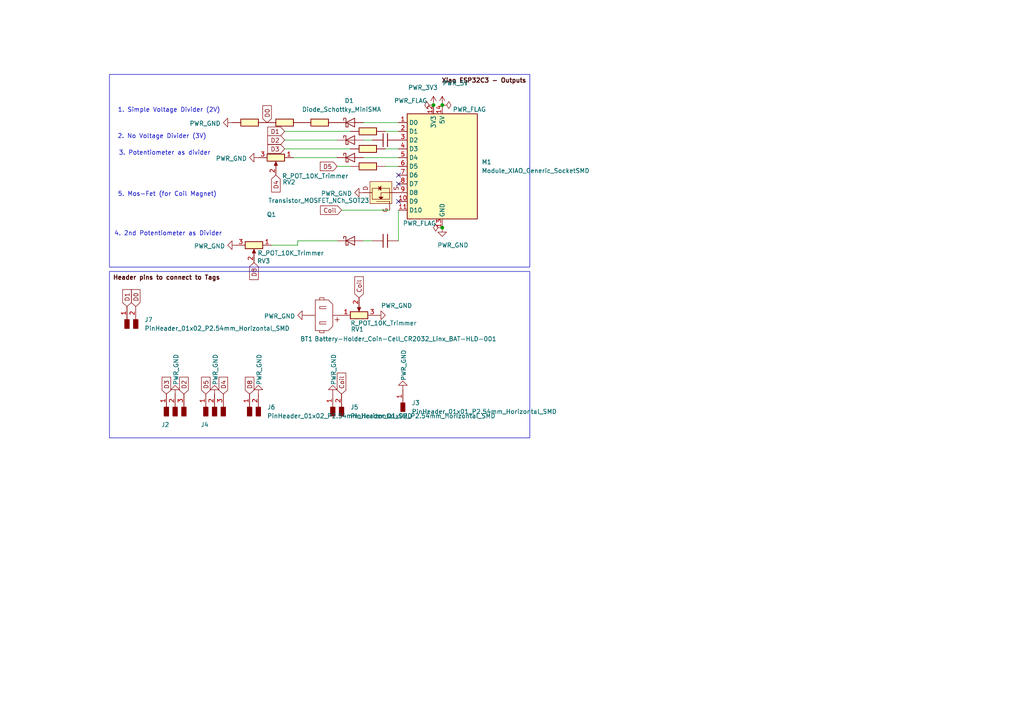
<source format=kicad_sch>
(kicad_sch (version 20231120) (generator "eeschema") (generator_version "8.0")
  (paper "A4")
  (lib_symbols
    (symbol "fab:Battery-Holder_Coin-Cell_CR2032_Linx_BAT-HLD-001" (pin_numbers hide) (pin_names (offset 0) hide)
      (property "Reference" "BT" (at 5.715 1.27 0))
      (property "Value" "Battery-Holder_Coin-Cell_CR2032_Linx_BAT-HLD-001" (at 5.715 -1.27 0))
      (symbol "Battery-Holder_Coin-Cell_CR2032_Linx_BAT-HLD-001_0_1"
        (polyline (pts (xy 0.635 3.81) (xy 1.905 3.81)))
        (polyline (pts (xy 1.27 4.445) (xy 1.27 3.175)))
        (polyline (pts (xy -4.445 0) (xy -5.08 0) (xy -5.08 -1.27) (xy -4.445 -1.27)))
        (polyline (pts (xy -2.54 0.635) (xy -2.54 -1.27) (xy -1.905 -1.27) (xy -1.905 0.635)))
        (polyline (pts (xy 1.905 0.635) (xy 1.905 -1.27) (xy 2.54 -1.27) (xy 2.54 0.635)))
        (polyline (pts (xy 4.445 0) (xy 5.08 0) (xy 5.08 -1.27) (xy 4.445 -1.27)))
        (polyline (pts (xy -3.175 2.54) (xy 3.175 2.54) (xy 4.445 1.27) (xy 4.445 -2.54) (xy -4.445 -2.54) (xy -4.445 1.27) (xy -3.175 2.54)))
      )
      (symbol "Battery-Holder_Coin-Cell_CR2032_Linx_BAT-HLD-001_1_1"
        (pin passive line (at 0 5.08 270) (length 2.54) (name "+") (number "1"))
        (pin passive line (at 0 -5.08 90) (length 2.54) (name "-") (number "2"))
      )
    )
    (symbol "fab:C_1206" (pin_numbers hide)
      (property "Reference" "C" (at 0.635 2.54 0))
      (property "Value" "C_1206" (at 0.635 -2.54 0))
      (symbol "C_1206_1_1"
        (polyline (pts (xy -1.905 -0.635) (xy 1.905 -0.635)) (stroke (width 0.25)))
        (polyline (pts (xy -1.905 0.635) (xy 1.905 0.635)) (stroke (width 0.25)))
        (pin passive line (at 0 3.81 270) (length 3.175) (name "~") (number "1"))
        (pin passive line (at 0 -3.81 90) (length 3.175) (name "~") (number "2"))
      )
    )
    (symbol "fab:Diode_Schottky_MiniSMA" (pin_numbers hide) (pin_names (offset 1.016) hide)
      (property "Reference" "D" (at 0 2.54 0))
      (property "Value" "Diode_Schottky_MiniSMA" (at 0 -2.54 0))
      (symbol "Diode_Schottky_MiniSMA_0_1"
        (polyline (pts (xy 1.27 0) (xy -1.27 0)))
        (polyline (pts (xy 1.27 1.27) (xy 1.27 -1.27) (xy -1.27 0) (xy 1.27 1.27)) (stroke (width 0.2032)))
        (polyline (pts (xy -1.905 0.635) (xy -1.905 1.27) (xy -1.27 1.27) (xy -1.27 -1.27) (xy -0.635 -1.27) (xy -0.635 -0.635)) (stroke (width 0.2032)))
      )
      (symbol "Diode_Schottky_MiniSMA_1_1"
        (pin passive line (at -3.81 0 0) (length 2.54) (name "K") (number "1"))
        (pin passive line (at 3.81 0 180) (length 2.54) (name "A") (number "2"))
      )
    )
    (symbol "fab:Module_XIAO_Generic_SocketSMD"
      (property "Reference" "M" (at -10.16 16.51 0))
      (property "Value" "Module_XIAO_Generic_SocketSMD" (at 1.27 16.51 0))
      (symbol "Module_XIAO_Generic_SocketSMD_1_1"
        (rectangle (start -10.16 15.24) (end 10.16 -15.24) (stroke (width 0.254)) (fill (type background)))
        (pin bidirectional line (at -12.7 12.7 0) (length 2.54) (name "D0") (number "1"))
        (pin bidirectional line (at -12.7 -10.16 0) (length 2.54) (name "D9") (number "10"))
        (pin bidirectional line (at -12.7 -12.7 0) (length 2.54) (name "D10") (number "11"))
        (pin power_in line (at -2.54 17.78 270) (length 2.54) (name "3V3") (number "12"))
        (pin power_in line (at 0 -17.78 90) (length 2.54) (name "GND") (number "13"))
        (pin power_in line (at 0 17.78 270) (length 2.54) (name "5V") (number "14"))
        (pin bidirectional line (at -12.7 10.16 0) (length 2.54) (name "D1") (number "2"))
        (pin bidirectional line (at -12.7 7.62 0) (length 2.54) (name "D2") (number "3"))
        (pin bidirectional line (at -12.7 5.08 0) (length 2.54) (name "D3") (number "4"))
        (pin bidirectional line (at -12.7 2.54 0) (length 2.54) (name "D4") (number "5"))
        (pin bidirectional line (at -12.7 0 0) (length 2.54) (name "D5") (number "6"))
        (pin bidirectional line (at -12.7 -2.54 0) (length 2.54) (name "D6") (number "7"))
        (pin bidirectional line (at -12.7 -5.08 0) (length 2.54) (name "D7") (number "8"))
        (pin bidirectional line (at -12.7 -7.62 0) (length 2.54) (name "D8") (number "9"))
      )
    )
    (symbol "fab:PWR_3V3" (power) (pin_names (offset 0))
      (property "Value" "PWR_3V3" (at 0 3.556 0))
      (symbol "PWR_3V3_0_1"
        (polyline (pts (xy -0.762 1.27) (xy 0 2.54)))
        (polyline (pts (xy 0 0) (xy 0 2.54)))
        (polyline (pts (xy 0 2.54) (xy 0.762 1.27)))
      )
      (symbol "PWR_3V3_1_1"
        (pin power_in line (at 0 0 90) (length 0) hide (name "PWR_3V3") (number "1"))
      )
    )
    (symbol "fab:PWR_5V" (power) (pin_names (offset 0))
      (property "Value" "PWR_5V" (at 0 3.556 0))
      (symbol "PWR_5V_0_1"
        (polyline (pts (xy -0.762 1.27) (xy 0 2.54)))
        (polyline (pts (xy 0 0) (xy 0 2.54)))
        (polyline (pts (xy 0 2.54) (xy 0.762 1.27)))
      )
      (symbol "PWR_5V_1_1"
        (pin power_in line (at 0 0 90) (length 0) hide (name "PWR_5V") (number "1"))
      )
    )
    (symbol "fab:PWR_FLAG" (power) (pin_numbers hide) (pin_names (offset 0) hide)
      (property "Value" "PWR_FLAG" (at 0 3.81 0))
      (symbol "PWR_FLAG_0_1"
        (polyline (pts (xy 0 0) (xy 0 1.27) (xy -1.016 1.905) (xy 0 2.54) (xy 1.016 1.905) (xy 0 1.27)))
      )
      (symbol "PWR_FLAG_1_0"
        (pin power_out line (at 0 0 90) (length 0) (name "PWR_FLAG") (number "1"))
      )
    )
    (symbol "fab:PWR_GND" (power) (pin_names (offset 0))
      (property "Value" "PWR_GND" (at 0 -3.81 0))
      (symbol "PWR_GND_0_1"
        (polyline (pts (xy 0 0) (xy 0 -1.27) (xy 1.27 -1.27) (xy 0 -2.54) (xy -1.27 -1.27) (xy 0 -1.27)))
      )
      (symbol "PWR_GND_1_1"
        (pin power_in line (at 0 0 270) (length 0) hide (name "PWR_GND") (number "1"))
      )
    )
    (symbol "fab:PinHeader_01x01_P2.54mm_Horizontal_SMD" (pin_names (offset 1.016) hide)
      (property "Reference" "J" (at 0 2.54 0))
      (property "Value" "PinHeader_01x01_P2.54mm_Horizontal_SMD" (at 0 -2.54 0))
      (symbol "PinHeader_01x01_P2.54mm_Horizontal_SMD_1_1"
        (rectangle (start -1.27 0.635) (end 1.27 -0.635) (stroke (width 0.1524)) (fill (type outline)))
        (pin passive line (at 5.08 0 180) (length 3.81) (name "Pin_1") (number "1"))
      )
    )
    (symbol "fab:PinHeader_01x02_P2.54mm_Horizontal_SMD" (pin_names hide)
      (property "Reference" "J" (at 0 2.54 0))
      (property "Value" "PinHeader_01x02_P2.54mm_Horizontal_SMD" (at 0 -5.08 0))
      (symbol "PinHeader_01x02_P2.54mm_Horizontal_SMD_1_1"
        (rectangle (start -1.27 -1.905) (end 1.27 -3.175) (stroke (width 0.254)) (fill (type outline)))
        (rectangle (start -1.27 0.635) (end 1.27 -0.635) (stroke (width 0.254)) (fill (type outline)))
        (pin passive line (at 5.08 0 180) (length 3.81) (name "Pin_1") (number "1"))
        (pin passive line (at 5.08 -2.54 180) (length 3.81) (name "Pin_2") (number "2"))
      )
    )
    (symbol "fab:PinHeader_01x03_P2.54mm_Horizontal_SMD" (pin_names hide)
      (property "Reference" "J" (at 0 5.08 0))
      (property "Value" "PinHeader_01x03_P2.54mm_Horizontal_SMD" (at 0 -5.08 0))
      (symbol "PinHeader_01x03_P2.54mm_Horizontal_SMD_1_1"
        (rectangle (start -1.27 -1.905) (end 1.27 -3.175) (stroke (width 0.254)) (fill (type outline)))
        (rectangle (start -1.27 0.635) (end 1.27 -0.635) (stroke (width 0.254)) (fill (type outline)))
        (rectangle (start -1.27 3.175) (end 1.27 1.905) (stroke (width 0.254)) (fill (type outline)))
        (pin passive line (at 5.08 2.54 180) (length 3.81) (name "Pin_1") (number "1"))
        (pin passive line (at 5.08 0 180) (length 3.81) (name "Pin_2") (number "2"))
        (pin passive line (at 5.08 -2.54 180) (length 3.81) (name "Pin_3") (number "3"))
      )
    )
    (symbol "fab:R_1206" (pin_numbers hide) (pin_names (offset 0))
      (property "Reference" "R" (at 2.54 0 90))
      (property "Value" "R_1206" (at -2.54 0 90))
      (symbol "R_1206_0_1"
        (rectangle (start -1.016 -2.54) (end 1.016 2.54) (stroke (width 0.254)) (fill (type background)))
      )
      (symbol "R_1206_1_1"
        (pin passive line (at 0 5.08 270) (length 2.54) (name "~") (number "1"))
        (pin passive line (at 0 -5.08 90) (length 2.54) (name "~") (number "2"))
      )
    )
    (symbol "fab:R_POT_10K_Trimmer" (pin_names (offset 1.016) hide)
      (property "Reference" "RV" (at -5.08 0 90))
      (property "Value" "R_POT_10K_Trimmer" (at -2.54 0 90))
      (symbol "R_POT_10K_Trimmer_0_1"
        (polyline (pts (xy 2.54 0) (xy 1.524 0)))
        (polyline (pts (xy 1.143 0) (xy 2.286 0.508) (xy 2.286 -0.508) (xy 1.143 0)) (fill (type outline)))
        (rectangle (start 1.016 2.54) (end -1.016 -2.54) (stroke (width 0.254)) (fill (type background)))
      )
      (symbol "R_POT_10K_Trimmer_1_1"
        (pin passive line (at 0 5.08 270) (length 2.54) (name "1") (number "1"))
        (pin passive line (at 5.08 0 180) (length 2.54) (name "2") (number "2"))
        (pin passive line (at 0 -5.08 90) (length 2.54) (name "3") (number "3"))
      )
    )
    (symbol "fab:Transistor_MOSFET_NCh_SOT23" (pin_numbers hide) (pin_names (offset 1.016) hide)
      (property "Reference" "Q" (at 3.81 1.27 0))
      (property "Value" "Transistor_MOSFET_NCh_SOT23" (at 3.81 -1.27 0))
      (symbol "Transistor_MOSFET_NCh_SOT23_0_1"
        (polyline (pts (xy 0 2.54) (xy 1.27 2.54) (xy 1.27 -2.54) (xy 0 -2.54)))
      )
      (symbol "Transistor_MOSFET_NCh_SOT23_1_0"
        (text "D" (at 1.27 4.445 0) (effects (font (size 1.27 1.27))))
        (text "G" (at -5.08 -1.27 0) (effects (font (size 1.27 1.27))))
        (text "S" (at 1.27 -4.445 0) (effects (font (size 1.27 1.27))))
      )
      (symbol "Transistor_MOSFET_NCh_SOT23_1_1"
        (rectangle (start -3.175 3.175) (end 3.175 -3.175) (fill (type background)))
        (polyline (pts (xy -2.54 -2.54) (xy -2.54 1.27)) (stroke (width 0.15)))
        (polyline (pts (xy -1.905 -2.54) (xy 0 -2.54)) (stroke (width 0.15)))
        (polyline (pts (xy -1.905 2.54) (xy -1.905 -2.54)) (stroke (width 0.15)))
        (polyline (pts (xy 0 2.54) (xy -1.905 2.54)) (stroke (width 0.15)))
        (polyline (pts (xy 0.635 0.635) (xy 1.905 0.635)) (stroke (width 0.15)))
        (polyline (pts (xy 0 -2.54) (xy 0 0) (xy -1.905 0)) (stroke (width 0.15)))
        (polyline (pts (xy -1.905 0) (xy -1.27 0.635) (xy -1.27 -0.635) (xy -1.905 0)) (fill (type outline)))
        (polyline (pts (xy 1.27 0.635) (xy 1.905 0) (xy 0.635 0) (xy 1.27 0.635)) (fill (type outline)))
        (pin passive line (at -5.08 -2.54 0) (length 2.54) (name "G") (number "1"))
        (pin passive line (at 0 -5.08 90) (length 2.54) (name "S") (number "2"))
        (pin passive line (at 0 5.08 270) (length 2.54) (name "D") (number "3"))
      )
    )
  )
  (junction (at 125.73 30.48))
  (junction (at 128.27 66.04))
  (junction (at 128.27 30.48))
  (no_connect (at 115.57 53.34))
  (no_connect (at 115.57 58.42))
  (no_connect (at 115.57 50.8))
  (wire (pts (xy 82.55 43.18) (xy 101.6 43.18)))
  (wire (pts (xy 86.36 69.85) (xy 97.79 69.85)))
  (wire (pts (xy 115.57 38.1) (xy 111.76 38.1)))
  (wire (pts (xy 111.76 43.18) (xy 115.57 43.18)))
  (wire (pts (xy 105.41 69.85) (xy 107.95 69.85)))
  (wire (pts (xy 115.57 60.96) (xy 115.57 69.85)))
  (wire (pts (xy 82.55 38.1) (xy 101.6 38.1)))
  (wire (pts (xy 78.74 71.12) (xy 86.36 71.12)))
  (wire (pts (xy 86.36 71.12) (xy 86.36 69.85)))
  (wire (pts (xy 105.41 35.56) (xy 115.57 35.56)))
  (wire (pts (xy 101.6 48.26) (xy 97.79 48.26)))
  (wire (pts (xy 82.55 40.64) (xy 97.79 40.64)))
  (wire (pts (xy 111.76 48.26) (xy 115.57 48.26)))
  (wire (pts (xy 85.09 45.72) (xy 97.79 45.72)))
  (wire (pts (xy 105.41 45.72) (xy 115.57 45.72)))
  (wire (pts (xy 99.06 60.96) (xy 113.03 60.96)))
  (wire (pts (xy 105.41 40.64) (xy 107.95 40.64)))
  (text_box "Xiao ESP32C3 - Outputs" (at 31.75 21.59 0) (size 121.92 55.88) (effects (font (size 1.27 1.27) (thickness 0.254) (bold yes)) (justify right top)))
  (text_box "Header pins to connect to Tags" (at 31.75 78.74 0) (size 121.92 48.26) (effects (font (size 1.27 1.27) (thickness 0.254) (bold yes)) (justify left top)))
  (text "4. 2nd Potentiometer as Divider" (at 48.768 67.818 0) (effects (font (size 1.27 1.27))))
  (text "1. Simple Voltage Divider (2V)" (at 49.022 32.004 0) (effects (font (size 1.27 1.27))))
  (text "2. No Voltage Divider (3V)" (at 46.99 39.624 0) (effects (font (size 1.27 1.27))))
  (text "5. Mos-Fet (for Coil Magnet)" (at 48.514 56.388 0) (effects (font (size 1.27 1.27))))
  (text "3. Potentiometer as divider" (at 47.752 44.45 0) (effects (font (size 1.27 1.27))))
  (global_label "D8" (shape input) (at 72.39 114.3 90) (property "Intersheetrefs" "${INTERSHEET_REFS}" (effects (hide yes))))
  (global_label "D8" (shape input) (at 73.66 76.2 270) (property "Intersheetrefs" "${INTERSHEET_REFS}" (effects (hide yes))))
  (global_label "D5" (shape input) (at 59.69 114.3 90) (property "Intersheetrefs" "${INTERSHEET_REFS}" (effects (hide yes))))
  (global_label "Coil" (shape input) (at 99.06 114.3 90) (property "Intersheetrefs" "${INTERSHEET_REFS}" (effects (hide yes))))
  (global_label "D2" (shape input) (at 82.55 40.64 180) (property "Intersheetrefs" "${INTERSHEET_REFS}" (effects (hide yes))))
  (global_label "D4" (shape input) (at 64.77 114.3 90) (property "Intersheetrefs" "${INTERSHEET_REFS}" (effects (hide yes))))
  (global_label "D4" (shape input) (at 80.01 50.8 270) (property "Intersheetrefs" "${INTERSHEET_REFS}" (effects (hide yes))))
  (global_label "Coil" (shape input) (at 99.06 60.96 180) (property "Intersheetrefs" "${INTERSHEET_REFS}" (effects (hide yes))))
  (global_label "D5" (shape input) (at 97.79 48.26 180) (property "Intersheetrefs" "${INTERSHEET_REFS}" (effects (hide yes))))
  (global_label "D3" (shape input) (at 82.55 43.18 180) (property "Intersheetrefs" "${INTERSHEET_REFS}" (effects (hide yes))))
  (global_label "D0" (shape input) (at 77.47 35.56 90) (property "Intersheetrefs" "${INTERSHEET_REFS}" (effects (hide yes))))
  (global_label "D1" (shape input) (at 36.83 88.9 90) (property "Intersheetrefs" "${INTERSHEET_REFS}" (effects (hide yes))))
  (global_label "Coil" (shape input) (at 104.14 86.36 90) (property "Intersheetrefs" "${INTERSHEET_REFS}" (effects (hide yes))))
  (global_label "D1" (shape input) (at 82.55 38.1 180) (property "Intersheetrefs" "${INTERSHEET_REFS}" (effects (hide yes))))
  (global_label "D2" (shape input) (at 53.34 114.3 90) (property "Intersheetrefs" "${INTERSHEET_REFS}" (effects (hide yes))))
  (global_label "D0" (shape input) (at 39.37 88.9 90) (property "Intersheetrefs" "${INTERSHEET_REFS}" (effects (hide yes))))
  (global_label "D3" (shape input) (at 48.26 114.3 90) (property "Intersheetrefs" "${INTERSHEET_REFS}" (effects (hide yes))))
  (symbol (lib_id "fab:PWR_GND") (at 74.93 45.72 270) (unit 1)
    (property "Reference" "#PWR9" (effects (hide yes)))
    (property "Value" "PWR_GND" (at 71.628 45.974 90) (effects (justify right)))
    (property "Description" "Power symbol creates a global label with name \"GND\" , ground" (effects (hide yes)))
  )
  (symbol (lib_id "fab:R_1206") (at 72.39 35.56 90) (unit 1)
    (property "Reference" "R5" (effects (hide yes)))
    (property "Value" "R_1206" (effects (hide yes)))
    (property "Footprint" "fab:R_1206" (effects (hide yes)))
    (property "Description" "Resistor" (effects (hide yes)))
  )
  (symbol (lib_id "fab:R_POT_10K_Trimmer") (at 80.01 45.72 270) (unit 1)
    (property "Reference" "RV2" (at 83.82 52.832 90))
    (property "Value" "R_POT_10K_Trimmer" (at 91.44 51.054 90))
    (property "Footprint" "fab:Potentiometer_TT_Model-23_4.5x5.0x3.0mm" (effects (hide yes)))
    (property "Datasheet" "https://www.ttelectronics.com/TTElectronics/media/ProductFiles/Trimmers/Datasheets/23.pdf" (effects (hide yes)))
    (property "Description" "Trimmer Potentiometer 10K TT Electronics 23BR10KLFTR" (effects (hide yes)))
  )
  (symbol (lib_id "fab:PWR_GND") (at 128.27 66.04 0) (unit 1)
    (property "Reference" "#PWR5" (effects (hide yes)))
    (property "Value" "PWR_GND" (at 135.89 71.12 0) (effects (justify right)))
    (property "Description" "Power symbol creates a global label with name \"GND\" , ground" (effects (hide yes)))
  )
  (symbol (lib_id "fab:R_1206") (at 106.68 38.1 90) (unit 1)
    (property "Reference" "R7" (effects (hide yes)))
    (property "Value" "R_1206" (effects (hide yes)))
    (property "Footprint" "fab:R_1206" (effects (hide yes)))
    (property "Description" "Resistor" (effects (hide yes)))
  )
  (symbol (lib_id "fab:PWR_GND") (at 50.8 114.3 180) (unit 1)
    (property "Reference" "#PWR11" (effects (hide yes)))
    (property "Value" "PWR_GND" (at 51.054 107.188 90))
    (property "Description" "Power symbol creates a global label with name \"GND\" , ground" (effects (hide yes)))
  )
  (symbol (lib_id "fab:PWR_GND") (at 116.84 113.03 180) (unit 1)
    (property "Reference" "#PWR15" (effects (hide yes)))
    (property "Value" "PWR_GND" (at 117.094 105.918 90))
    (property "Description" "Power symbol creates a global label with name \"GND\" , ground" (effects (hide yes)))
  )
  (symbol (lib_id "fab:Module_XIAO_Generic_SocketSMD") (at 128.27 48.26 0) (unit 1)
    (property "Reference" "M1" (at 139.7 46.9899 0) (effects (justify left)))
    (property "Value" "Module_XIAO_Generic_SocketSMD" (at 139.7 49.5299 0) (effects (justify left)))
    (property "Footprint" "fab:Module_XIAO_Generic_SocketSMD" (effects (hide yes)))
    (property "Datasheet" "https://wiki.seeedstudio.com/xiao_topic_page/" (effects (hide yes)))
    (property "Description" "The Seeed Studio XIAO series, named after the Chinese word for \"small,\" comprises tiny development boards based on various hardware platforms of ESP32, SAMD21, RP2040, nRF52840, RP2350 and RA4M1, MG24" (effects (hide yes)))
  )
  (symbol (lib_id "fab:R_1206") (at 82.55 35.56 90) (unit 1)
    (property "Reference" "R4" (effects (hide yes)))
    (property "Value" "R_1206" (effects (hide yes)))
    (property "Footprint" "fab:R_1206" (effects (hide yes)))
    (property "Description" "Resistor" (effects (hide yes)))
  )
  (symbol (lib_id "fab:Diode_Schottky_MiniSMA") (at 101.6 40.64 0) (unit 1)
    (property "Reference" "D2" (effects (hide yes)))
    (property "Value" "Diode_Schottky_MiniSMA" (effects (hide yes)))
    (property "Footprint" "fab:Diode_Schottky_MiniSMA" (effects (hide yes)))
    (property "Datasheet" "https://www.st.com/content/ccc/resource/technical/document/datasheet/c6/32/d4/4a/28/d3/4b/11/CD00004930.pdf/files/CD00004930.pdf/jcr:content/translations/en.CD00004930.pdf" (effects (hide yes)))
    (property "Description" "Schottky diode with Mini-SMA footprint" (effects (hide yes)))
  )
  (symbol (lib_id "fab:PinHeader_01x03_P2.54mm_Horizontal_SMD") (at 50.8 119.38 90) (unit 1)
    (property "Reference" "J2" (at 46.736 123.19 90) (effects (justify right)))
    (property "Value" "PinHeader_01x03_P2.54mm_Horizontal_SMD" (effects (hide yes)))
    (property "Footprint" "fab:PinHeader_01x03_P2.54mm_Horizontal_SMD" (effects (hide yes)))
    (property "Description" "Male connector, single row" (effects (hide yes)))
  )
  (symbol (lib_id "fab:PWR_GND") (at 68.58 71.12 270) (unit 1)
    (property "Reference" "#PWR7" (effects (hide yes)))
    (property "Value" "PWR_GND" (at 65.278 71.374 90) (effects (justify right)))
    (property "Description" "Power symbol creates a global label with name \"GND\" , ground" (effects (hide yes)))
  )
  (symbol (lib_id "fab:R_1206") (at 106.68 43.18 90) (unit 1)
    (property "Reference" "R2" (effects (hide yes)))
    (property "Value" "R_1206" (effects (hide yes)))
    (property "Footprint" "fab:R_1206" (effects (hide yes)))
    (property "Description" "Resistor" (effects (hide yes)))
  )
  (symbol (lib_id "fab:PWR_GND") (at 74.93 114.3 180) (unit 1)
    (property "Reference" "#PWR4" (effects (hide yes)))
    (property "Value" "PWR_GND" (at 75.184 107.188 90))
    (property "Description" "Power symbol creates a global label with name \"GND\" , ground" (effects (hide yes)))
  )
  (symbol (lib_id "fab:R_POT_10K_Trimmer") (at 104.14 91.44 90) (unit 1)
    (property "Reference" "RV1" (at 103.632 95.504 90))
    (property "Value" "R_POT_10K_Trimmer" (at 111.252 93.726 90))
    (property "Footprint" "fab:Potentiometer_TT_Model-23_4.5x5.0x3.0mm" (effects (hide yes)))
    (property "Datasheet" "https://www.ttelectronics.com/TTElectronics/media/ProductFiles/Trimmers/Datasheets/23.pdf" (effects (hide yes)))
    (property "Description" "Trimmer Potentiometer 10K TT Electronics 23BR10KLFTR" (effects (hide yes)))
  )
  (symbol (lib_id "fab:R_1206") (at 92.71 35.56 90) (unit 1)
    (property "Reference" "R1" (effects (hide yes)))
    (property "Value" "R_1206" (effects (hide yes)))
    (property "Footprint" "fab:R_1206" (effects (hide yes)))
    (property "Description" "Resistor" (effects (hide yes)))
  )
  (symbol (lib_id "fab:PWR_GND") (at 67.31 35.56 270) (unit 1)
    (property "Reference" "#PWR10" (effects (hide yes)))
    (property "Value" "PWR_GND" (at 64.008 35.814 90) (effects (justify right)))
    (property "Description" "Power symbol creates a global label with name \"GND\" , ground" (effects (hide yes)))
  )
  (symbol (lib_id "fab:Transistor_MOSFET_NCh_SOT23") (at 110.49 55.88 90) (unit 1)
    (property "Reference" "Q1" (at 78.74 62.23 90))
    (property "Value" "Transistor_MOSFET_NCh_SOT23" (at 92.456 58.166 90))
    (property "Footprint" "fab:SOT-23-3" (effects (hide yes)))
    (property "Datasheet" "https://www.onsemi.com/pub/Collateral/NDS355AN-D.PDF" (effects (hide yes)))
    (property "Description" "N-Channel mosfet NDS355AN in SOT-23 package" (effects (hide yes)))
  )
  (symbol (lib_id "fab:Battery-Holder_Coin-Cell_CR2032_Linx_BAT-HLD-001") (at 93.98 91.44 270) (unit 1)
    (property "Reference" "BT1" (at 88.9 98.298 90))
    (property "Value" "Battery-Holder_Coin-Cell_CR2032_Linx_BAT-HLD-001" (at 117.602 98.298 90))
    (property "Footprint" "fab:Battery-Holder_Coin-Cell_CR2032_Linx_BAT-HLD-001" (effects (hide yes)))
    (property "Datasheet" "https://linxtechnologies.com/wp/wp-content/uploads/bat-hld-001.pdf" (effects (hide yes)))
    (property "Description" "Single-cell battery, Linx BAT-HLD-001, Battery Retainer Coin, 20.0mm 1 Cell SMD (SMT) Tab" (effects (hide yes)))
  )
  (symbol (lib_id "fab:PWR_GND") (at 109.22 91.44 90) (unit 1)
    (property "Reference" "#PWR8" (effects (hide yes)))
    (property "Value" "PWR_GND" (at 110.49 88.646 90) (effects (justify right)))
    (property "Description" "Power symbol creates a global label with name \"GND\" , ground" (effects (hide yes)))
  )
  (symbol (lib_id "fab:C_1206") (at 111.76 40.64 270) (unit 1)
    (property "Reference" "C2" (effects (hide yes)))
    (property "Value" "C_1206" (effects (hide yes)))
    (property "Footprint" "fab:C_1206" (effects (hide yes)))
    (property "Datasheet" "https://www.yageo.com/upload/media/product/productsearch/datasheet/mlcc/UPY-GP_NP0_16V-to-50V_18.pdf" (effects (hide yes)))
    (property "Description" "Unpolarized capacitor, SMD, 1206" (effects (hide yes)))
  )
  (symbol (lib_id "fab:Diode_Schottky_MiniSMA") (at 101.6 69.85 0) (unit 1)
    (property "Reference" "D4" (effects (hide yes)))
    (property "Value" "Diode_Schottky_MiniSMA" (effects (hide yes)))
    (property "Footprint" "fab:Diode_Schottky_MiniSMA" (effects (hide yes)))
    (property "Datasheet" "https://www.st.com/content/ccc/resource/technical/document/datasheet/c6/32/d4/4a/28/d3/4b/11/CD00004930.pdf/files/CD00004930.pdf/jcr:content/translations/en.CD00004930.pdf" (effects (hide yes)))
    (property "Description" "Schottky diode with Mini-SMA footprint" (effects (hide yes)))
  )
  (symbol (lib_id "fab:PWR_GND") (at 105.41 55.88 270) (unit 1)
    (property "Reference" "#PWR12" (effects (hide yes)))
    (property "Value" "PWR_GND" (at 102.108 56.134 90) (effects (justify right)))
    (property "Description" "Power symbol creates a global label with name \"GND\" , ground" (effects (hide yes)))
  )
  (symbol (lib_id "fab:Diode_Schottky_MiniSMA") (at 101.6 45.72 0) (unit 1)
    (property "Reference" "D3" (effects (hide yes)))
    (property "Value" "Diode_Schottky_MiniSMA" (effects (hide yes)))
    (property "Footprint" "fab:Diode_Schottky_MiniSMA" (effects (hide yes)))
    (property "Datasheet" "https://www.st.com/content/ccc/resource/technical/document/datasheet/c6/32/d4/4a/28/d3/4b/11/CD00004930.pdf/files/CD00004930.pdf/jcr:content/translations/en.CD00004930.pdf" (effects (hide yes)))
    (property "Description" "Schottky diode with Mini-SMA footprint" (effects (hide yes)))
  )
  (symbol (lib_id "fab:PWR_GND") (at 88.9 91.44 270) (unit 1)
    (property "Reference" "#PWR13" (effects (hide yes)))
    (property "Value" "PWR_GND" (at 85.598 91.694 90) (effects (justify right)))
    (property "Description" "Power symbol creates a global label with name \"GND\" , ground" (effects (hide yes)))
  )
  (symbol (lib_id "fab:R_1206") (at 106.68 48.26 90) (unit 1)
    (property "Reference" "R3" (effects (hide yes)))
    (property "Value" "R_1206" (effects (hide yes)))
    (property "Footprint" "fab:R_1206" (effects (hide yes)))
    (property "Description" "Resistor" (effects (hide yes)))
  )
  (symbol (lib_id "fab:PWR_GND") (at 96.52 114.3 180) (unit 1)
    (property "Reference" "#PWR14" (effects (hide yes)))
    (property "Value" "PWR_GND" (at 96.774 107.188 90))
    (property "Description" "Power symbol creates a global label with name \"GND\" , ground" (effects (hide yes)))
  )
  (symbol (lib_id "fab:C_1206") (at 111.76 69.85 270) (unit 1)
    (property "Reference" "C1" (effects (hide yes)))
    (property "Value" "C_1206" (effects (hide yes)))
    (property "Footprint" "fab:C_1206" (effects (hide yes)))
    (property "Datasheet" "https://www.yageo.com/upload/media/product/productsearch/datasheet/mlcc/UPY-GP_NP0_16V-to-50V_18.pdf" (effects (hide yes)))
    (property "Description" "Unpolarized capacitor, SMD, 1206" (effects (hide yes)))
  )
  (symbol (lib_id "fab:PinHeader_01x02_P2.54mm_Horizontal_SMD") (at 72.39 119.38 90) (unit 1)
    (property "Reference" "J6" (at 77.47 118.1099 90) (effects (justify right)))
    (property "Value" "PinHeader_01x02_P2.54mm_Horizontal_SMD" (at 77.47 120.6499 90) (effects (justify right)))
    (property "Footprint" "fab:PinHeader_01x02_P2.54mm_Horizontal_SMD" (effects (hide yes)))
    (property "Description" "Male connector, single row" (effects (hide yes)))
  )
  (symbol (lib_id "fab:Diode_Schottky_MiniSMA") (at 101.6 35.56 0) (unit 1)
    (property "Reference" "D1" (at 101.2825 29.21 0))
    (property "Value" "Diode_Schottky_MiniSMA" (at 99.06 31.75 0))
    (property "Footprint" "fab:Diode_Schottky_MiniSMA" (effects (hide yes)))
    (property "Datasheet" "https://www.st.com/content/ccc/resource/technical/document/datasheet/c6/32/d4/4a/28/d3/4b/11/CD00004930.pdf/files/CD00004930.pdf/jcr:content/translations/en.CD00004930.pdf" (effects (hide yes)))
    (property "Description" "Schottky diode with Mini-SMA footprint" (effects (hide yes)))
  )
  (symbol (lib_id "fab:PinHeader_01x01_P2.54mm_Horizontal_SMD") (at 116.84 118.11 90) (unit 1)
    (property "Reference" "J3" (at 119.38 116.8399 90) (effects (justify right)))
    (property "Value" "PinHeader_01x01_P2.54mm_Horizontal_SMD" (at 119.38 119.3799 90) (effects (justify right)))
    (property "Footprint" "fab:PinHeader_01x01_P2.54mm_Horizontal_SMD" (effects (hide yes)))
    (property "Description" "Connector pin header 2.54mm pitch horizontal SMD" (effects (hide yes)))
  )
  (symbol (lib_id "fab:R_POT_10K_Trimmer") (at 73.66 71.12 270) (unit 1)
    (property "Reference" "RV3" (at 76.454 75.692 90))
    (property "Value" "R_POT_10K_Trimmer" (at 84.328 73.406 90))
    (property "Footprint" "fab:Potentiometer_TT_Model-23_4.5x5.0x3.0mm" (effects (hide yes)))
    (property "Datasheet" "https://www.ttelectronics.com/TTElectronics/media/ProductFiles/Trimmers/Datasheets/23.pdf" (effects (hide yes)))
    (property "Description" "Trimmer Potentiometer 10K TT Electronics 23BR10KLFTR" (effects (hide yes)))
  )
  (symbol (lib_id "fab:PWR_3V3") (at 125.73 30.48 0) (unit 1)
    (property "Reference" "#PWR6" (effects (hide yes)))
    (property "Value" "PWR_3V3" (at 122.682 25.4 0))
    (property "Description" "Power symbol creates a global label with name \"+3V3\"" (effects (hide yes)))
  )
  (symbol (lib_id "fab:PinHeader_01x03_P2.54mm_Horizontal_SMD") (at 62.23 119.38 90) (unit 1)
    (property "Reference" "J4" (at 58.166 123.19 90) (effects (justify right)))
    (property "Value" "PinHeader_01x03_P2.54mm_Horizontal_SMD" (effects (hide yes)))
    (property "Footprint" "fab:PinHeader_01x03_P2.54mm_Horizontal_SMD" (effects (hide yes)))
    (property "Description" "Male connector, single row" (effects (hide yes)))
  )
  (symbol (lib_id "fab:PinHeader_01x02_P2.54mm_Horizontal_SMD") (at 36.83 93.98 90) (unit 1)
    (property "Reference" "J7" (at 41.91 92.7099 90) (effects (justify right)))
    (property "Value" "PinHeader_01x02_P2.54mm_Horizontal_SMD" (at 41.91 95.2499 90) (effects (justify right)))
    (property "Footprint" "fab:PinHeader_01x02_P2.54mm_Horizontal_SMD" (effects (hide yes)))
    (property "Description" "Male connector, single row" (effects (hide yes)))
  )
  (symbol (lib_id "fab:PWR_FLAG") (at 128.27 66.04 90) (unit 1)
    (property "Reference" "#FLG3" (effects (hide yes)))
    (property "Value" "PWR_FLAG" (at 126.492 64.77 90) (effects (justify left)))
    (property "Description" "Special symbol for telling ERC where power comes from" (effects (hide yes)))
  )
  (symbol (lib_id "fab:PinHeader_01x02_P2.54mm_Horizontal_SMD") (at 96.52 119.38 90) (unit 1)
    (property "Reference" "J5" (at 101.6 118.1099 90) (effects (justify right)))
    (property "Value" "PinHeader_01x02_P2.54mm_Horizontal_SMD" (at 101.6 120.6499 90) (effects (justify right)))
    (property "Footprint" "fab:PinHeader_01x02_P2.54mm_Horizontal_SMD" (effects (hide yes)))
    (property "Description" "Male connector, single row" (effects (hide yes)))
  )
  (symbol (lib_id "fab:PWR_FLAG") (at 128.27 30.48 270) (unit 1)
    (property "Reference" "#FLG2" (effects (hide yes)))
    (property "Value" "PWR_FLAG" (at 131.318 31.75 90) (effects (justify left)))
    (property "Description" "Special symbol for telling ERC where power comes from" (effects (hide yes)))
  )
  (symbol (lib_id "fab:PWR_5V") (at 128.27 30.48 0) (unit 1)
    (property "Reference" "#PWR1" (effects (hide yes)))
    (property "Value" "PWR_5V" (at 132.08 24.13 0))
    (property "Description" "Power symbol creates a global label with name \"+5V\"" (effects (hide yes)))
  )
  (symbol (lib_id "fab:PWR_FLAG") (at 125.73 30.48 90) (unit 1)
    (property "Reference" "#FLG1" (effects (hide yes)))
    (property "Value" "PWR_FLAG" (at 123.952 29.21 90) (effects (justify left)))
    (property "Description" "Special symbol for telling ERC where power comes from" (effects (hide yes)))
  )
  (symbol (lib_id "fab:PWR_GND") (at 62.23 114.3 180) (unit 1)
    (property "Reference" "#PWR2" (effects (hide yes)))
    (property "Value" "PWR_GND" (at 62.484 107.188 90))
    (property "Description" "Power symbol creates a global label with name \"GND\" , ground" (effects (hide yes)))
  )
)
</source>
